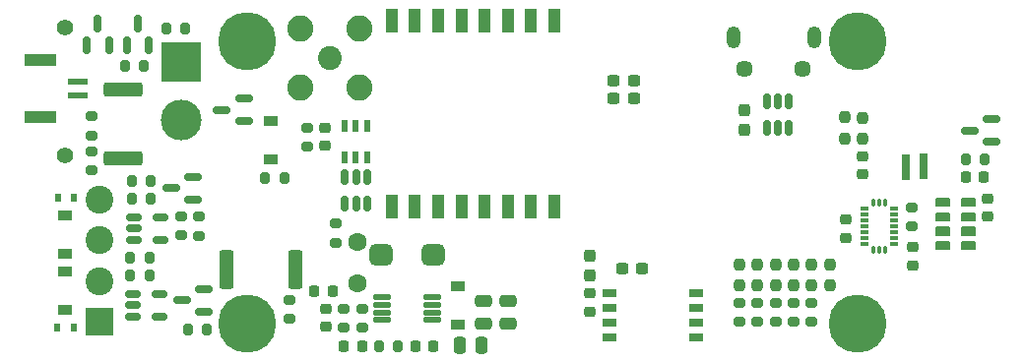
<source format=gbr>
%TF.GenerationSoftware,KiCad,Pcbnew,(6.0.2)*%
%TF.CreationDate,2022-11-13T17:15:13+11:00*%
%TF.ProjectId,Strelka_Flight_Computer,53747265-6c6b-4615-9f46-6c696768745f,rev?*%
%TF.SameCoordinates,Original*%
%TF.FileFunction,Soldermask,Bot*%
%TF.FilePolarity,Negative*%
%FSLAX46Y46*%
G04 Gerber Fmt 4.6, Leading zero omitted, Abs format (unit mm)*
G04 Created by KiCad (PCBNEW (6.0.2)) date 2022-11-13 17:15:13*
%MOMM*%
%LPD*%
G01*
G04 APERTURE LIST*
G04 Aperture macros list*
%AMRoundRect*
0 Rectangle with rounded corners*
0 $1 Rounding radius*
0 $2 $3 $4 $5 $6 $7 $8 $9 X,Y pos of 4 corners*
0 Add a 4 corners polygon primitive as box body*
4,1,4,$2,$3,$4,$5,$6,$7,$8,$9,$2,$3,0*
0 Add four circle primitives for the rounded corners*
1,1,$1+$1,$2,$3*
1,1,$1+$1,$4,$5*
1,1,$1+$1,$6,$7*
1,1,$1+$1,$8,$9*
0 Add four rect primitives between the rounded corners*
20,1,$1+$1,$2,$3,$4,$5,0*
20,1,$1+$1,$4,$5,$6,$7,0*
20,1,$1+$1,$6,$7,$8,$9,0*
20,1,$1+$1,$8,$9,$2,$3,0*%
G04 Aperture macros list end*
%ADD10C,0.152400*%
%ADD11R,2.400000X2.400000*%
%ADD12C,2.400000*%
%ADD13C,5.000000*%
%ADD14C,1.400000*%
%ADD15R,3.500000X3.500000*%
%ADD16C,3.500000*%
%ADD17O,1.200000X1.900000*%
%ADD18C,1.450000*%
%ADD19C,2.050000*%
%ADD20C,2.250000*%
%ADD21C,1.600000*%
%ADD22RoundRect,0.150000X0.587500X0.150000X-0.587500X0.150000X-0.587500X-0.150000X0.587500X-0.150000X0*%
%ADD23RoundRect,0.200000X0.275000X-0.200000X0.275000X0.200000X-0.275000X0.200000X-0.275000X-0.200000X0*%
%ADD24RoundRect,0.225000X-0.250000X0.225000X-0.250000X-0.225000X0.250000X-0.225000X0.250000X0.225000X0*%
%ADD25RoundRect,0.237500X0.237500X-0.250000X0.237500X0.250000X-0.237500X0.250000X-0.237500X-0.250000X0*%
%ADD26RoundRect,0.200000X-0.275000X0.200000X-0.275000X-0.200000X0.275000X-0.200000X0.275000X0.200000X0*%
%ADD27RoundRect,0.150000X0.150000X-0.587500X0.150000X0.587500X-0.150000X0.587500X-0.150000X-0.587500X0*%
%ADD28R,1.200000X0.900000*%
%ADD29RoundRect,0.225000X0.225000X0.250000X-0.225000X0.250000X-0.225000X-0.250000X0.225000X-0.250000X0*%
%ADD30RoundRect,0.250000X-0.250000X-0.475000X0.250000X-0.475000X0.250000X0.475000X-0.250000X0.475000X0*%
%ADD31RoundRect,0.005000X-0.332500X-0.120000X0.332500X-0.120000X0.332500X0.120000X-0.332500X0.120000X0*%
%ADD32RoundRect,0.005000X-0.120000X0.270000X-0.120000X-0.270000X0.120000X-0.270000X0.120000X0.270000X0*%
%ADD33RoundRect,0.200000X-0.200000X-0.275000X0.200000X-0.275000X0.200000X0.275000X-0.200000X0.275000X0*%
%ADD34RoundRect,0.150000X-0.512500X-0.150000X0.512500X-0.150000X0.512500X0.150000X-0.512500X0.150000X0*%
%ADD35RoundRect,0.028800X-0.706200X-0.211200X0.706200X-0.211200X0.706200X0.211200X-0.706200X0.211200X0*%
%ADD36RoundRect,0.150000X-0.150000X0.512500X-0.150000X-0.512500X0.150000X-0.512500X0.150000X0.512500X0*%
%ADD37RoundRect,0.250000X-1.425000X0.362500X-1.425000X-0.362500X1.425000X-0.362500X1.425000X0.362500X0*%
%ADD38RoundRect,0.200000X0.200000X0.275000X-0.200000X0.275000X-0.200000X-0.275000X0.200000X-0.275000X0*%
%ADD39RoundRect,0.237500X-0.300000X-0.237500X0.300000X-0.237500X0.300000X0.237500X-0.300000X0.237500X0*%
%ADD40R,1.700000X0.600000*%
%ADD41R,2.700000X1.000000*%
%ADD42RoundRect,0.237500X-0.237500X0.250000X-0.237500X-0.250000X0.237500X-0.250000X0.237500X0.250000X0*%
%ADD43RoundRect,0.250000X0.362500X1.425000X-0.362500X1.425000X-0.362500X-1.425000X0.362500X-1.425000X0*%
%ADD44R,1.000000X2.000000*%
%ADD45R,0.600000X0.700000*%
%ADD46R,1.250000X0.650000*%
%ADD47RoundRect,0.237500X0.237500X-0.300000X0.237500X0.300000X-0.237500X0.300000X-0.237500X-0.300000X0*%
%ADD48R,0.650000X2.200000*%
%ADD49R,0.650000X2.300000*%
%ADD50R,0.558800X1.003300*%
%ADD51RoundRect,0.250000X-0.475000X0.250000X-0.475000X-0.250000X0.475000X-0.250000X0.475000X0.250000X0*%
%ADD52RoundRect,0.225000X-0.225000X-0.250000X0.225000X-0.250000X0.225000X0.250000X-0.225000X0.250000X0*%
%ADD53RoundRect,0.450000X-0.550000X-0.450000X0.550000X-0.450000X0.550000X0.450000X-0.550000X0.450000X0*%
%ADD54RoundRect,0.225000X0.250000X-0.225000X0.250000X0.225000X-0.250000X0.225000X-0.250000X-0.225000X0*%
%ADD55R,1.092200X0.609600*%
G04 APERTURE END LIST*
D10*
%TO.C,U12*%
X175871700Y-89829800D02*
X174779500Y-89829800D01*
X178071700Y-88579800D02*
X176979500Y-88579800D01*
X176979500Y-89829800D02*
X176979500Y-89220200D01*
X178071700Y-90470200D02*
X178071700Y-91079800D01*
X174779500Y-89829800D02*
X174779500Y-89220200D01*
X176979500Y-87970200D02*
X178071700Y-87970200D01*
X175871700Y-87970200D02*
X175871700Y-88579800D01*
X174779500Y-92329800D02*
X174779500Y-91720200D01*
X174779500Y-90470200D02*
X175871700Y-90470200D01*
X178071700Y-87970200D02*
X178071700Y-88579800D01*
X174779500Y-87970200D02*
X175871700Y-87970200D01*
X175871700Y-91079800D02*
X174779500Y-91079800D01*
X174779500Y-89220200D02*
X175871700Y-89220200D01*
X175871700Y-88579800D02*
X174779500Y-88579800D01*
X176979500Y-89220200D02*
X178071700Y-89220200D01*
X176979500Y-91720200D02*
X178071700Y-91720200D01*
X178071700Y-91079800D02*
X176979500Y-91079800D01*
X174779500Y-91079800D02*
X174779500Y-90470200D01*
X176979500Y-92329800D02*
X176979500Y-91720200D01*
X178071700Y-92329800D02*
X176979500Y-92329800D01*
X176979500Y-90470200D02*
X178071700Y-90470200D01*
X175871700Y-89220200D02*
X175871700Y-89829800D01*
X178071700Y-89829800D02*
X176979500Y-89829800D01*
X175871700Y-92329800D02*
X174779500Y-92329800D01*
X176979500Y-91079800D02*
X176979500Y-90470200D01*
X174779500Y-91720200D02*
X175871700Y-91720200D01*
X178071700Y-91720200D02*
X178071700Y-92329800D01*
X174779500Y-88579800D02*
X174779500Y-87970200D01*
X175871700Y-90470200D02*
X175871700Y-91079800D01*
X178071700Y-89220200D02*
X178071700Y-89829800D01*
X175871700Y-91720200D02*
X175871700Y-92329800D01*
X176979500Y-88579800D02*
X176979500Y-87970200D01*
%TD*%
D11*
%TO.C,J3*%
X102770000Y-98552000D03*
D12*
X102770000Y-95052000D03*
X102770000Y-91552000D03*
X102770000Y-88052000D03*
%TD*%
D13*
%TO.C,H1*%
X168000000Y-98755200D03*
%TD*%
%TO.C,H2*%
X115550000Y-74400000D03*
%TD*%
D14*
%TO.C,J1*%
X99815000Y-84240000D03*
X99815000Y-73240000D03*
D15*
X109815000Y-76240000D03*
D16*
X109815000Y-81240000D03*
%TD*%
D17*
%TO.C,J6*%
X157302400Y-74069300D03*
X164302400Y-74069300D03*
D18*
X163302400Y-76769300D03*
X158302400Y-76769300D03*
%TD*%
D19*
%TO.C,AE1*%
X122600000Y-75875000D03*
D20*
X125140000Y-73335000D03*
X120060000Y-73335000D03*
X125140000Y-78415000D03*
X120060000Y-78415000D03*
%TD*%
D13*
%TO.C,H4*%
X168000000Y-74400000D03*
%TD*%
D21*
%TO.C,C41*%
X124960000Y-95235000D03*
X124960000Y-91735000D03*
%TD*%
D13*
%TO.C,H3*%
X115550000Y-98755200D03*
%TD*%
D22*
%TO.C,Q6*%
X110868700Y-86121200D03*
X110868700Y-88021200D03*
X108993700Y-87071200D03*
%TD*%
D23*
%TO.C,R63*%
X125425200Y-99072200D03*
X125425200Y-97422200D03*
%TD*%
D24*
%TO.C,C28*%
X166950000Y-89775000D03*
X166950000Y-91325000D03*
%TD*%
D25*
%TO.C,R19*%
X165600000Y-95462500D03*
X165600000Y-93637500D03*
%TD*%
D26*
%TO.C,R64*%
X102108000Y-83897200D03*
X102108000Y-85547200D03*
%TD*%
D27*
%TO.C,Q8*%
X107045800Y-74749900D03*
X105145800Y-74749900D03*
X106095800Y-72874900D03*
%TD*%
D28*
%TO.C,D1*%
X117500400Y-84606400D03*
X117500400Y-81306400D03*
%TD*%
D25*
%TO.C,R16*%
X160950000Y-95462500D03*
X160950000Y-93637500D03*
%TD*%
D26*
%TO.C,R7*%
X120700800Y-81877400D03*
X120700800Y-83527400D03*
%TD*%
D29*
%TO.C,C48*%
X131534200Y-100634800D03*
X129984200Y-100634800D03*
%TD*%
D23*
%TO.C,R39*%
X157850000Y-98575000D03*
X157850000Y-96925000D03*
%TD*%
D30*
%TO.C,C55*%
X133771600Y-100563600D03*
X135671600Y-100563600D03*
%TD*%
D31*
%TO.C,U11*%
X171100200Y-91852400D03*
X171100200Y-91352400D03*
X171100200Y-90852400D03*
X171100200Y-90352400D03*
X171100200Y-89852400D03*
X171100200Y-89352400D03*
X171100200Y-88852400D03*
D32*
X170337700Y-88302400D03*
X169837700Y-88302400D03*
X169337700Y-88302400D03*
D31*
X168575200Y-88852400D03*
X168575200Y-89352400D03*
X168575200Y-89852400D03*
X168575200Y-90352400D03*
X168575200Y-90852400D03*
X168575200Y-91352400D03*
X168575200Y-91852400D03*
D32*
X169337700Y-92402400D03*
X169837700Y-92402400D03*
X170337700Y-92402400D03*
%TD*%
D33*
%TO.C,R61*%
X126847600Y-100634800D03*
X128497600Y-100634800D03*
%TD*%
D25*
%TO.C,R14*%
X157850000Y-95462500D03*
X157850000Y-93637500D03*
%TD*%
D34*
%TO.C,U15*%
X105669500Y-98105000D03*
X105669500Y-97155000D03*
X105669500Y-96205000D03*
X107944500Y-96205000D03*
X107944500Y-98105000D03*
%TD*%
D23*
%TO.C,R36*%
X162500000Y-98575000D03*
X162500000Y-96925000D03*
%TD*%
D35*
%TO.C,U16*%
X127085200Y-98409400D03*
X127085200Y-97759400D03*
X127085200Y-97109400D03*
X127085200Y-96459400D03*
X131385200Y-96459400D03*
X131385200Y-97109400D03*
X131385200Y-97759400D03*
X131385200Y-98409400D03*
%TD*%
D29*
%TO.C,C46*%
X122847400Y-95910400D03*
X121297400Y-95910400D03*
%TD*%
D22*
%TO.C,D11*%
X179487500Y-81150000D03*
X179487500Y-83050000D03*
X177612500Y-82100000D03*
%TD*%
D33*
%TO.C,R49*%
X110427000Y-99212400D03*
X112077000Y-99212400D03*
%TD*%
D28*
%TO.C,D14*%
X133632000Y-98813600D03*
X133632000Y-95513600D03*
%TD*%
D36*
%TO.C,U2*%
X123916400Y-86136900D03*
X124866400Y-86136900D03*
X125816400Y-86136900D03*
X125816400Y-88411900D03*
X124866400Y-88411900D03*
X123916400Y-88411900D03*
%TD*%
D37*
%TO.C,R27*%
X104851200Y-78571500D03*
X104851200Y-84496500D03*
%TD*%
D23*
%TO.C,R69*%
X102108000Y-82523600D03*
X102108000Y-80873600D03*
%TD*%
D38*
%TO.C,R34*%
X107251000Y-86487000D03*
X105601000Y-86487000D03*
%TD*%
D23*
%TO.C,R31*%
X109875000Y-91150000D03*
X109875000Y-89500000D03*
%TD*%
D26*
%TO.C,R9*%
X123139200Y-90107000D03*
X123139200Y-91757000D03*
%TD*%
D39*
%TO.C,C13*%
X147727500Y-93980000D03*
X149452500Y-93980000D03*
%TD*%
D40*
%TO.C,SW3*%
X100905000Y-79111000D03*
X100905000Y-77861000D03*
D41*
X97705000Y-76011000D03*
X97705000Y-80961000D03*
%TD*%
D38*
%TO.C,R54*%
X107124000Y-93091000D03*
X105474000Y-93091000D03*
%TD*%
D29*
%TO.C,C51*%
X125387400Y-100634800D03*
X123837400Y-100634800D03*
%TD*%
D23*
%TO.C,R37*%
X160950000Y-98575000D03*
X160950000Y-96925000D03*
%TD*%
D24*
%TO.C,C30*%
X179170000Y-87960000D03*
X179170000Y-89510000D03*
%TD*%
D42*
%TO.C,R21*%
X168450000Y-81000000D03*
X168450000Y-82825000D03*
%TD*%
D22*
%TO.C,Q11*%
X111783100Y-95773200D03*
X111783100Y-97673200D03*
X109908100Y-96723200D03*
%TD*%
D43*
%TO.C,R47*%
X119650100Y-94030800D03*
X113725100Y-94030800D03*
%TD*%
D26*
%TO.C,R40*%
X172675000Y-88725000D03*
X172675000Y-90375000D03*
%TD*%
D44*
%TO.C,U4*%
X141924800Y-88619600D03*
X139924800Y-88619600D03*
X137924800Y-88619600D03*
X135924800Y-88619600D03*
X133924800Y-88619600D03*
X131924800Y-88619600D03*
X129924800Y-88619600D03*
X127924800Y-88619600D03*
X127924800Y-72619600D03*
X129924800Y-72619600D03*
X131924800Y-72619600D03*
X133924800Y-72619600D03*
X135924800Y-72619600D03*
X137924800Y-72619600D03*
X139924800Y-72619600D03*
X141924800Y-72619600D03*
%TD*%
D39*
%TO.C,C18*%
X147017500Y-79310000D03*
X148742500Y-79310000D03*
%TD*%
D33*
%TO.C,R56*%
X177275000Y-84600000D03*
X178925000Y-84600000D03*
%TD*%
D45*
%TO.C,D9*%
X100584000Y-99060000D03*
X99184000Y-99060000D03*
%TD*%
D34*
%TO.C,U10*%
X105796500Y-91501000D03*
X105796500Y-90551000D03*
X105796500Y-89601000D03*
X108071500Y-89601000D03*
X108071500Y-91501000D03*
%TD*%
D22*
%TO.C,Q1*%
X115214400Y-79380000D03*
X115214400Y-81280000D03*
X113339400Y-80330000D03*
%TD*%
D46*
%TO.C,IC1*%
X154150000Y-96145000D03*
X154150000Y-97415000D03*
X154150000Y-98685000D03*
X154150000Y-99955000D03*
X146650000Y-99955000D03*
X146650000Y-98685000D03*
X146650000Y-97415000D03*
X146650000Y-96145000D03*
%TD*%
D47*
%TO.C,C17*%
X144950000Y-94572500D03*
X144950000Y-92847500D03*
%TD*%
D28*
%TO.C,I1*%
X99822000Y-92709000D03*
X99822000Y-89409000D03*
%TD*%
D38*
%TO.C,R52*%
X107124000Y-94615000D03*
X105474000Y-94615000D03*
%TD*%
D28*
%TO.C,I2*%
X99822000Y-94235000D03*
X99822000Y-97535000D03*
%TD*%
D25*
%TO.C,R17*%
X162500000Y-95462500D03*
X162500000Y-93637500D03*
%TD*%
D48*
%TO.C,BT2*%
X172150000Y-85225000D03*
D49*
X173650000Y-85175000D03*
%TD*%
D27*
%TO.C,Q3*%
X103616800Y-74749900D03*
X101716800Y-74749900D03*
X102666800Y-72874900D03*
%TD*%
D39*
%TO.C,C15*%
X147017500Y-77780000D03*
X148742500Y-77780000D03*
%TD*%
D24*
%TO.C,C31*%
X144950000Y-96125000D03*
X144950000Y-97675000D03*
%TD*%
D42*
%TO.C,R22*%
X166900000Y-80987500D03*
X166900000Y-82812500D03*
%TD*%
D50*
%TO.C,MOSFET1*%
X123901200Y-81673700D03*
X124851201Y-81673700D03*
X125801202Y-81673700D03*
X125801202Y-84378800D03*
X124851201Y-84378800D03*
X123901200Y-84378800D03*
%TD*%
D33*
%TO.C,R28*%
X104991400Y-76555600D03*
X106641400Y-76555600D03*
%TD*%
D23*
%TO.C,R35*%
X164050000Y-98575000D03*
X164050000Y-96925000D03*
%TD*%
D51*
%TO.C,C56*%
X137932000Y-96813600D03*
X137932000Y-98713600D03*
%TD*%
%TO.C,C57*%
X135832000Y-96813600D03*
X135832000Y-98713600D03*
%TD*%
D33*
%TO.C,R3*%
X117043200Y-86156800D03*
X118693200Y-86156800D03*
%TD*%
D47*
%TO.C,C16*%
X158300000Y-82050000D03*
X158300000Y-80325000D03*
%TD*%
D26*
%TO.C,R62*%
X123799600Y-97422200D03*
X123799600Y-99072200D03*
%TD*%
D36*
%TO.C,U8*%
X160175000Y-79625000D03*
X161125000Y-79625000D03*
X162075000Y-79625000D03*
X162075000Y-81900000D03*
X161125000Y-81900000D03*
X160175000Y-81900000D03*
%TD*%
D52*
%TO.C,C38*%
X177325000Y-86100000D03*
X178875000Y-86100000D03*
%TD*%
D24*
%TO.C,C47*%
X122275600Y-97472200D03*
X122275600Y-99022200D03*
%TD*%
D53*
%TO.C,L2*%
X126982000Y-92763600D03*
X131482000Y-92763600D03*
%TD*%
D23*
%TO.C,R30*%
X111400000Y-91159600D03*
X111400000Y-89509600D03*
%TD*%
D38*
%TO.C,R32*%
X107251000Y-88011000D03*
X105601000Y-88011000D03*
%TD*%
D26*
%TO.C,R53*%
X119126000Y-96660200D03*
X119126000Y-98310200D03*
%TD*%
D33*
%TO.C,R48*%
X108547400Y-73304400D03*
X110197400Y-73304400D03*
%TD*%
D45*
%TO.C,D5*%
X100649000Y-87884000D03*
X99249000Y-87884000D03*
%TD*%
D25*
%TO.C,R15*%
X159400000Y-95462500D03*
X159400000Y-93637500D03*
%TD*%
D23*
%TO.C,R38*%
X159400000Y-98575000D03*
X159400000Y-96925000D03*
%TD*%
D54*
%TO.C,C6*%
X122224800Y-83426600D03*
X122224800Y-81876600D03*
%TD*%
D24*
%TO.C,C29*%
X172750000Y-92150000D03*
X172750000Y-93700000D03*
%TD*%
D54*
%TO.C,C36*%
X168450000Y-85850000D03*
X168450000Y-84300000D03*
%TD*%
D25*
%TO.C,R18*%
X164050000Y-95462500D03*
X164050000Y-93637500D03*
%TD*%
D55*
%TO.C,U12*%
X177525600Y-88275000D03*
X177525600Y-89525000D03*
X177525600Y-90775000D03*
X177525600Y-92025000D03*
X175325600Y-92025000D03*
X175325600Y-90775000D03*
X175325600Y-89525000D03*
X175325600Y-88275000D03*
%TD*%
M02*

</source>
